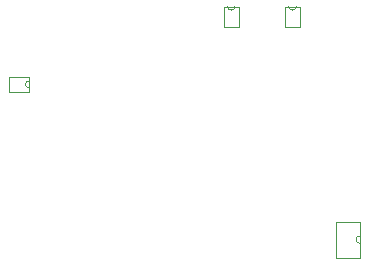
<source format=gm1>
G04*
G04 #@! TF.GenerationSoftware,Altium Limited,Altium Designer,19.1.1 (5)*
G04*
G04 Layer_Color=16711935*
%FSLAX44Y44*%
%MOMM*%
G71*
G01*
G75*
%ADD74C,0.0254*%
D74*
X322680Y86378D02*
G03*
X322680Y80282I0J-3048D01*
G01*
X262652Y280619D02*
G03*
X268748Y280619I3048J0D01*
G01*
X42679Y217698D02*
G03*
X42679Y211602I0J-3048D01*
G01*
X210882Y280569D02*
G03*
X216978Y280569I3048J0D01*
G01*
X302180Y68080D02*
X322680D01*
Y98580D01*
X302180D02*
X322680D01*
X302180Y68080D02*
Y98580D01*
X259477Y263601D02*
X271923D01*
X259477D02*
Y280619D01*
X271923D01*
Y263601D02*
Y280619D01*
X25661Y208427D02*
Y220873D01*
X42679D01*
Y208427D02*
Y220873D01*
X25661Y208427D02*
X42679D01*
X207707Y263551D02*
X220153D01*
X207707D02*
Y280569D01*
X220153D01*
Y263551D02*
Y280569D01*
M02*

</source>
